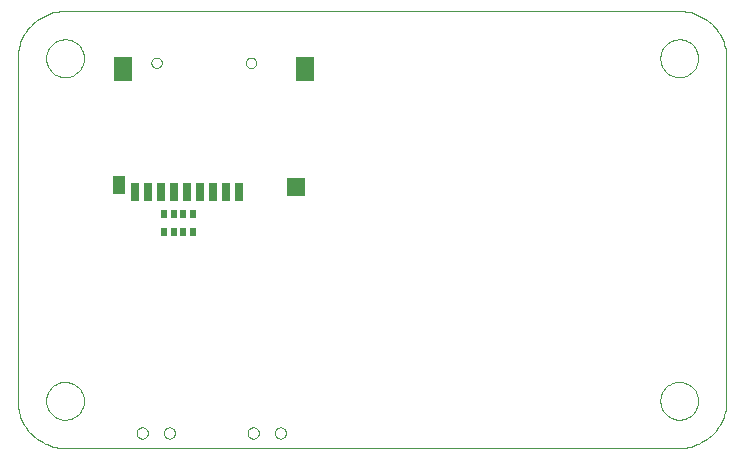
<source format=gbp>
G75*
%MOIN*%
%OFA0B0*%
%FSLAX24Y24*%
%IPPOS*%
%LPD*%
%AMOC8*
5,1,8,0,0,1.08239X$1,22.5*
%
%ADD10C,0.0000*%
%ADD11R,0.0300X0.0600*%
%ADD12R,0.0400X0.0600*%
%ADD13R,0.0600X0.0800*%
%ADD14R,0.0600X0.0600*%
%ADD15R,0.0200X0.0300*%
D10*
X005961Y003416D02*
X026434Y003416D01*
X025804Y004990D02*
X025806Y005040D01*
X025812Y005090D01*
X025822Y005139D01*
X025836Y005187D01*
X025853Y005234D01*
X025874Y005279D01*
X025899Y005323D01*
X025927Y005364D01*
X025959Y005403D01*
X025993Y005440D01*
X026030Y005474D01*
X026070Y005504D01*
X026112Y005531D01*
X026156Y005555D01*
X026202Y005576D01*
X026249Y005592D01*
X026297Y005605D01*
X026347Y005614D01*
X026396Y005619D01*
X026447Y005620D01*
X026497Y005617D01*
X026546Y005610D01*
X026595Y005599D01*
X026643Y005584D01*
X026689Y005566D01*
X026734Y005544D01*
X026777Y005518D01*
X026818Y005489D01*
X026857Y005457D01*
X026893Y005422D01*
X026925Y005384D01*
X026955Y005344D01*
X026982Y005301D01*
X027005Y005257D01*
X027024Y005211D01*
X027040Y005163D01*
X027052Y005114D01*
X027060Y005065D01*
X027064Y005015D01*
X027064Y004965D01*
X027060Y004915D01*
X027052Y004866D01*
X027040Y004817D01*
X027024Y004769D01*
X027005Y004723D01*
X026982Y004679D01*
X026955Y004636D01*
X026925Y004596D01*
X026893Y004558D01*
X026857Y004523D01*
X026818Y004491D01*
X026777Y004462D01*
X026734Y004436D01*
X026689Y004414D01*
X026643Y004396D01*
X026595Y004381D01*
X026546Y004370D01*
X026497Y004363D01*
X026447Y004360D01*
X026396Y004361D01*
X026347Y004366D01*
X026297Y004375D01*
X026249Y004388D01*
X026202Y004404D01*
X026156Y004425D01*
X026112Y004449D01*
X026070Y004476D01*
X026030Y004506D01*
X025993Y004540D01*
X025959Y004577D01*
X025927Y004616D01*
X025899Y004657D01*
X025874Y004701D01*
X025853Y004746D01*
X025836Y004793D01*
X025822Y004841D01*
X025812Y004890D01*
X025806Y004940D01*
X025804Y004990D01*
X026434Y003415D02*
X026511Y003417D01*
X026588Y003423D01*
X026665Y003432D01*
X026741Y003445D01*
X026817Y003462D01*
X026891Y003483D01*
X026965Y003507D01*
X027037Y003535D01*
X027107Y003566D01*
X027176Y003601D01*
X027244Y003639D01*
X027309Y003680D01*
X027372Y003725D01*
X027433Y003773D01*
X027492Y003823D01*
X027548Y003876D01*
X027601Y003932D01*
X027651Y003991D01*
X027699Y004052D01*
X027744Y004115D01*
X027785Y004180D01*
X027823Y004248D01*
X027858Y004317D01*
X027889Y004387D01*
X027917Y004459D01*
X027941Y004533D01*
X027962Y004607D01*
X027979Y004683D01*
X027992Y004759D01*
X028001Y004836D01*
X028007Y004913D01*
X028009Y004990D01*
X028009Y016408D01*
X025804Y016408D02*
X025806Y016458D01*
X025812Y016508D01*
X025822Y016557D01*
X025836Y016605D01*
X025853Y016652D01*
X025874Y016697D01*
X025899Y016741D01*
X025927Y016782D01*
X025959Y016821D01*
X025993Y016858D01*
X026030Y016892D01*
X026070Y016922D01*
X026112Y016949D01*
X026156Y016973D01*
X026202Y016994D01*
X026249Y017010D01*
X026297Y017023D01*
X026347Y017032D01*
X026396Y017037D01*
X026447Y017038D01*
X026497Y017035D01*
X026546Y017028D01*
X026595Y017017D01*
X026643Y017002D01*
X026689Y016984D01*
X026734Y016962D01*
X026777Y016936D01*
X026818Y016907D01*
X026857Y016875D01*
X026893Y016840D01*
X026925Y016802D01*
X026955Y016762D01*
X026982Y016719D01*
X027005Y016675D01*
X027024Y016629D01*
X027040Y016581D01*
X027052Y016532D01*
X027060Y016483D01*
X027064Y016433D01*
X027064Y016383D01*
X027060Y016333D01*
X027052Y016284D01*
X027040Y016235D01*
X027024Y016187D01*
X027005Y016141D01*
X026982Y016097D01*
X026955Y016054D01*
X026925Y016014D01*
X026893Y015976D01*
X026857Y015941D01*
X026818Y015909D01*
X026777Y015880D01*
X026734Y015854D01*
X026689Y015832D01*
X026643Y015814D01*
X026595Y015799D01*
X026546Y015788D01*
X026497Y015781D01*
X026447Y015778D01*
X026396Y015779D01*
X026347Y015784D01*
X026297Y015793D01*
X026249Y015806D01*
X026202Y015822D01*
X026156Y015843D01*
X026112Y015867D01*
X026070Y015894D01*
X026030Y015924D01*
X025993Y015958D01*
X025959Y015995D01*
X025927Y016034D01*
X025899Y016075D01*
X025874Y016119D01*
X025853Y016164D01*
X025836Y016211D01*
X025822Y016259D01*
X025812Y016308D01*
X025806Y016358D01*
X025804Y016408D01*
X026434Y017983D02*
X026511Y017981D01*
X026588Y017975D01*
X026665Y017966D01*
X026741Y017953D01*
X026817Y017936D01*
X026891Y017915D01*
X026965Y017891D01*
X027037Y017863D01*
X027107Y017832D01*
X027176Y017797D01*
X027244Y017759D01*
X027309Y017718D01*
X027372Y017673D01*
X027433Y017625D01*
X027492Y017575D01*
X027548Y017522D01*
X027601Y017466D01*
X027651Y017407D01*
X027699Y017346D01*
X027744Y017283D01*
X027785Y017218D01*
X027823Y017150D01*
X027858Y017081D01*
X027889Y017011D01*
X027917Y016939D01*
X027941Y016865D01*
X027962Y016791D01*
X027979Y016715D01*
X027992Y016639D01*
X028001Y016562D01*
X028007Y016485D01*
X028009Y016408D01*
X028007Y016485D01*
X028001Y016562D01*
X027992Y016639D01*
X027979Y016715D01*
X027962Y016791D01*
X027941Y016865D01*
X027917Y016939D01*
X027889Y017011D01*
X027858Y017081D01*
X027823Y017150D01*
X027785Y017218D01*
X027744Y017283D01*
X027699Y017346D01*
X027651Y017407D01*
X027601Y017466D01*
X027548Y017522D01*
X027492Y017575D01*
X027433Y017625D01*
X027372Y017673D01*
X027309Y017718D01*
X027244Y017759D01*
X027176Y017797D01*
X027107Y017832D01*
X027037Y017863D01*
X026965Y017891D01*
X026891Y017915D01*
X026817Y017936D01*
X026741Y017953D01*
X026665Y017966D01*
X026588Y017975D01*
X026511Y017981D01*
X026434Y017983D01*
X005961Y017983D01*
X005331Y016408D02*
X005333Y016458D01*
X005339Y016508D01*
X005349Y016557D01*
X005363Y016605D01*
X005380Y016652D01*
X005401Y016697D01*
X005426Y016741D01*
X005454Y016782D01*
X005486Y016821D01*
X005520Y016858D01*
X005557Y016892D01*
X005597Y016922D01*
X005639Y016949D01*
X005683Y016973D01*
X005729Y016994D01*
X005776Y017010D01*
X005824Y017023D01*
X005874Y017032D01*
X005923Y017037D01*
X005974Y017038D01*
X006024Y017035D01*
X006073Y017028D01*
X006122Y017017D01*
X006170Y017002D01*
X006216Y016984D01*
X006261Y016962D01*
X006304Y016936D01*
X006345Y016907D01*
X006384Y016875D01*
X006420Y016840D01*
X006452Y016802D01*
X006482Y016762D01*
X006509Y016719D01*
X006532Y016675D01*
X006551Y016629D01*
X006567Y016581D01*
X006579Y016532D01*
X006587Y016483D01*
X006591Y016433D01*
X006591Y016383D01*
X006587Y016333D01*
X006579Y016284D01*
X006567Y016235D01*
X006551Y016187D01*
X006532Y016141D01*
X006509Y016097D01*
X006482Y016054D01*
X006452Y016014D01*
X006420Y015976D01*
X006384Y015941D01*
X006345Y015909D01*
X006304Y015880D01*
X006261Y015854D01*
X006216Y015832D01*
X006170Y015814D01*
X006122Y015799D01*
X006073Y015788D01*
X006024Y015781D01*
X005974Y015778D01*
X005923Y015779D01*
X005874Y015784D01*
X005824Y015793D01*
X005776Y015806D01*
X005729Y015822D01*
X005683Y015843D01*
X005639Y015867D01*
X005597Y015894D01*
X005557Y015924D01*
X005520Y015958D01*
X005486Y015995D01*
X005454Y016034D01*
X005426Y016075D01*
X005401Y016119D01*
X005380Y016164D01*
X005363Y016211D01*
X005349Y016259D01*
X005339Y016308D01*
X005333Y016358D01*
X005331Y016408D01*
X004386Y016408D02*
X004388Y016485D01*
X004394Y016562D01*
X004403Y016639D01*
X004416Y016715D01*
X004433Y016791D01*
X004454Y016865D01*
X004478Y016939D01*
X004506Y017011D01*
X004537Y017081D01*
X004572Y017150D01*
X004610Y017218D01*
X004651Y017283D01*
X004696Y017346D01*
X004744Y017407D01*
X004794Y017466D01*
X004847Y017522D01*
X004903Y017575D01*
X004962Y017625D01*
X005023Y017673D01*
X005086Y017718D01*
X005151Y017759D01*
X005219Y017797D01*
X005288Y017832D01*
X005358Y017863D01*
X005430Y017891D01*
X005504Y017915D01*
X005578Y017936D01*
X005654Y017953D01*
X005730Y017966D01*
X005807Y017975D01*
X005884Y017981D01*
X005961Y017983D01*
X005884Y017981D01*
X005807Y017975D01*
X005730Y017966D01*
X005654Y017953D01*
X005578Y017936D01*
X005504Y017915D01*
X005430Y017891D01*
X005358Y017863D01*
X005288Y017832D01*
X005219Y017797D01*
X005151Y017759D01*
X005086Y017718D01*
X005023Y017673D01*
X004962Y017625D01*
X004903Y017575D01*
X004847Y017522D01*
X004794Y017466D01*
X004744Y017407D01*
X004696Y017346D01*
X004651Y017283D01*
X004610Y017218D01*
X004572Y017150D01*
X004537Y017081D01*
X004506Y017011D01*
X004478Y016939D01*
X004454Y016865D01*
X004433Y016791D01*
X004416Y016715D01*
X004403Y016639D01*
X004394Y016562D01*
X004388Y016485D01*
X004386Y016408D01*
X004387Y016408D02*
X004387Y004990D01*
X005331Y004990D02*
X005333Y005040D01*
X005339Y005090D01*
X005349Y005139D01*
X005363Y005187D01*
X005380Y005234D01*
X005401Y005279D01*
X005426Y005323D01*
X005454Y005364D01*
X005486Y005403D01*
X005520Y005440D01*
X005557Y005474D01*
X005597Y005504D01*
X005639Y005531D01*
X005683Y005555D01*
X005729Y005576D01*
X005776Y005592D01*
X005824Y005605D01*
X005874Y005614D01*
X005923Y005619D01*
X005974Y005620D01*
X006024Y005617D01*
X006073Y005610D01*
X006122Y005599D01*
X006170Y005584D01*
X006216Y005566D01*
X006261Y005544D01*
X006304Y005518D01*
X006345Y005489D01*
X006384Y005457D01*
X006420Y005422D01*
X006452Y005384D01*
X006482Y005344D01*
X006509Y005301D01*
X006532Y005257D01*
X006551Y005211D01*
X006567Y005163D01*
X006579Y005114D01*
X006587Y005065D01*
X006591Y005015D01*
X006591Y004965D01*
X006587Y004915D01*
X006579Y004866D01*
X006567Y004817D01*
X006551Y004769D01*
X006532Y004723D01*
X006509Y004679D01*
X006482Y004636D01*
X006452Y004596D01*
X006420Y004558D01*
X006384Y004523D01*
X006345Y004491D01*
X006304Y004462D01*
X006261Y004436D01*
X006216Y004414D01*
X006170Y004396D01*
X006122Y004381D01*
X006073Y004370D01*
X006024Y004363D01*
X005974Y004360D01*
X005923Y004361D01*
X005874Y004366D01*
X005824Y004375D01*
X005776Y004388D01*
X005729Y004404D01*
X005683Y004425D01*
X005639Y004449D01*
X005597Y004476D01*
X005557Y004506D01*
X005520Y004540D01*
X005486Y004577D01*
X005454Y004616D01*
X005426Y004657D01*
X005401Y004701D01*
X005380Y004746D01*
X005363Y004793D01*
X005349Y004841D01*
X005339Y004890D01*
X005333Y004940D01*
X005331Y004990D01*
X004386Y004990D02*
X004388Y004913D01*
X004394Y004836D01*
X004403Y004759D01*
X004416Y004683D01*
X004433Y004607D01*
X004454Y004533D01*
X004478Y004459D01*
X004506Y004387D01*
X004537Y004317D01*
X004572Y004248D01*
X004610Y004180D01*
X004651Y004115D01*
X004696Y004052D01*
X004744Y003991D01*
X004794Y003932D01*
X004847Y003876D01*
X004903Y003823D01*
X004962Y003773D01*
X005023Y003725D01*
X005086Y003680D01*
X005151Y003639D01*
X005219Y003601D01*
X005288Y003566D01*
X005358Y003535D01*
X005430Y003507D01*
X005504Y003483D01*
X005578Y003462D01*
X005654Y003445D01*
X005730Y003432D01*
X005807Y003423D01*
X005884Y003417D01*
X005961Y003415D01*
X005884Y003417D01*
X005807Y003423D01*
X005730Y003432D01*
X005654Y003445D01*
X005578Y003462D01*
X005504Y003483D01*
X005430Y003507D01*
X005358Y003535D01*
X005288Y003566D01*
X005219Y003601D01*
X005151Y003639D01*
X005086Y003680D01*
X005023Y003725D01*
X004962Y003773D01*
X004903Y003823D01*
X004847Y003876D01*
X004794Y003932D01*
X004744Y003991D01*
X004696Y004052D01*
X004651Y004115D01*
X004610Y004180D01*
X004572Y004248D01*
X004537Y004317D01*
X004506Y004387D01*
X004478Y004459D01*
X004454Y004533D01*
X004433Y004607D01*
X004416Y004683D01*
X004403Y004759D01*
X004394Y004836D01*
X004388Y004913D01*
X004386Y004990D01*
X008347Y003916D02*
X008349Y003943D01*
X008355Y003969D01*
X008364Y003994D01*
X008377Y004017D01*
X008393Y004038D01*
X008412Y004057D01*
X008433Y004073D01*
X008456Y004086D01*
X008481Y004095D01*
X008507Y004101D01*
X008534Y004103D01*
X008561Y004101D01*
X008587Y004095D01*
X008612Y004086D01*
X008635Y004073D01*
X008656Y004057D01*
X008675Y004038D01*
X008691Y004017D01*
X008704Y003994D01*
X008713Y003969D01*
X008719Y003943D01*
X008721Y003916D01*
X008719Y003889D01*
X008713Y003863D01*
X008704Y003838D01*
X008691Y003815D01*
X008675Y003794D01*
X008656Y003775D01*
X008635Y003759D01*
X008612Y003746D01*
X008587Y003737D01*
X008561Y003731D01*
X008534Y003729D01*
X008507Y003731D01*
X008481Y003737D01*
X008456Y003746D01*
X008433Y003759D01*
X008412Y003775D01*
X008393Y003794D01*
X008377Y003815D01*
X008364Y003838D01*
X008355Y003863D01*
X008349Y003889D01*
X008347Y003916D01*
X009252Y003916D02*
X009254Y003943D01*
X009260Y003969D01*
X009269Y003994D01*
X009282Y004017D01*
X009298Y004038D01*
X009317Y004057D01*
X009338Y004073D01*
X009361Y004086D01*
X009386Y004095D01*
X009412Y004101D01*
X009439Y004103D01*
X009466Y004101D01*
X009492Y004095D01*
X009517Y004086D01*
X009540Y004073D01*
X009561Y004057D01*
X009580Y004038D01*
X009596Y004017D01*
X009609Y003994D01*
X009618Y003969D01*
X009624Y003943D01*
X009626Y003916D01*
X009624Y003889D01*
X009618Y003863D01*
X009609Y003838D01*
X009596Y003815D01*
X009580Y003794D01*
X009561Y003775D01*
X009540Y003759D01*
X009517Y003746D01*
X009492Y003737D01*
X009466Y003731D01*
X009439Y003729D01*
X009412Y003731D01*
X009386Y003737D01*
X009361Y003746D01*
X009338Y003759D01*
X009317Y003775D01*
X009298Y003794D01*
X009282Y003815D01*
X009269Y003838D01*
X009260Y003863D01*
X009254Y003889D01*
X009252Y003916D01*
X012047Y003916D02*
X012049Y003943D01*
X012055Y003969D01*
X012064Y003994D01*
X012077Y004017D01*
X012093Y004038D01*
X012112Y004057D01*
X012133Y004073D01*
X012156Y004086D01*
X012181Y004095D01*
X012207Y004101D01*
X012234Y004103D01*
X012261Y004101D01*
X012287Y004095D01*
X012312Y004086D01*
X012335Y004073D01*
X012356Y004057D01*
X012375Y004038D01*
X012391Y004017D01*
X012404Y003994D01*
X012413Y003969D01*
X012419Y003943D01*
X012421Y003916D01*
X012419Y003889D01*
X012413Y003863D01*
X012404Y003838D01*
X012391Y003815D01*
X012375Y003794D01*
X012356Y003775D01*
X012335Y003759D01*
X012312Y003746D01*
X012287Y003737D01*
X012261Y003731D01*
X012234Y003729D01*
X012207Y003731D01*
X012181Y003737D01*
X012156Y003746D01*
X012133Y003759D01*
X012112Y003775D01*
X012093Y003794D01*
X012077Y003815D01*
X012064Y003838D01*
X012055Y003863D01*
X012049Y003889D01*
X012047Y003916D01*
X012952Y003916D02*
X012954Y003943D01*
X012960Y003969D01*
X012969Y003994D01*
X012982Y004017D01*
X012998Y004038D01*
X013017Y004057D01*
X013038Y004073D01*
X013061Y004086D01*
X013086Y004095D01*
X013112Y004101D01*
X013139Y004103D01*
X013166Y004101D01*
X013192Y004095D01*
X013217Y004086D01*
X013240Y004073D01*
X013261Y004057D01*
X013280Y004038D01*
X013296Y004017D01*
X013309Y003994D01*
X013318Y003969D01*
X013324Y003943D01*
X013326Y003916D01*
X013324Y003889D01*
X013318Y003863D01*
X013309Y003838D01*
X013296Y003815D01*
X013280Y003794D01*
X013261Y003775D01*
X013240Y003759D01*
X013217Y003746D01*
X013192Y003737D01*
X013166Y003731D01*
X013139Y003729D01*
X013112Y003731D01*
X013086Y003737D01*
X013061Y003746D01*
X013038Y003759D01*
X013017Y003775D01*
X012998Y003794D01*
X012982Y003815D01*
X012969Y003838D01*
X012960Y003863D01*
X012954Y003889D01*
X012952Y003916D01*
X026434Y003415D02*
X026511Y003417D01*
X026588Y003423D01*
X026665Y003432D01*
X026741Y003445D01*
X026817Y003462D01*
X026891Y003483D01*
X026965Y003507D01*
X027037Y003535D01*
X027107Y003566D01*
X027176Y003601D01*
X027244Y003639D01*
X027309Y003680D01*
X027372Y003725D01*
X027433Y003773D01*
X027492Y003823D01*
X027548Y003876D01*
X027601Y003932D01*
X027651Y003991D01*
X027699Y004052D01*
X027744Y004115D01*
X027785Y004180D01*
X027823Y004248D01*
X027858Y004317D01*
X027889Y004387D01*
X027917Y004459D01*
X027941Y004533D01*
X027962Y004607D01*
X027979Y004683D01*
X027992Y004759D01*
X028001Y004836D01*
X028007Y004913D01*
X028009Y004990D01*
X011988Y016253D02*
X011990Y016279D01*
X011996Y016305D01*
X012005Y016329D01*
X012018Y016352D01*
X012035Y016372D01*
X012054Y016390D01*
X012076Y016405D01*
X012099Y016416D01*
X012124Y016424D01*
X012150Y016428D01*
X012176Y016428D01*
X012202Y016424D01*
X012227Y016416D01*
X012251Y016405D01*
X012272Y016390D01*
X012291Y016372D01*
X012308Y016352D01*
X012321Y016329D01*
X012330Y016305D01*
X012336Y016279D01*
X012338Y016253D01*
X012336Y016227D01*
X012330Y016201D01*
X012321Y016177D01*
X012308Y016154D01*
X012291Y016134D01*
X012272Y016116D01*
X012250Y016101D01*
X012227Y016090D01*
X012202Y016082D01*
X012176Y016078D01*
X012150Y016078D01*
X012124Y016082D01*
X012099Y016090D01*
X012075Y016101D01*
X012054Y016116D01*
X012035Y016134D01*
X012018Y016154D01*
X012005Y016177D01*
X011996Y016201D01*
X011990Y016227D01*
X011988Y016253D01*
X008838Y016253D02*
X008840Y016279D01*
X008846Y016305D01*
X008855Y016329D01*
X008868Y016352D01*
X008885Y016372D01*
X008904Y016390D01*
X008926Y016405D01*
X008949Y016416D01*
X008974Y016424D01*
X009000Y016428D01*
X009026Y016428D01*
X009052Y016424D01*
X009077Y016416D01*
X009101Y016405D01*
X009122Y016390D01*
X009141Y016372D01*
X009158Y016352D01*
X009171Y016329D01*
X009180Y016305D01*
X009186Y016279D01*
X009188Y016253D01*
X009186Y016227D01*
X009180Y016201D01*
X009171Y016177D01*
X009158Y016154D01*
X009141Y016134D01*
X009122Y016116D01*
X009100Y016101D01*
X009077Y016090D01*
X009052Y016082D01*
X009026Y016078D01*
X009000Y016078D01*
X008974Y016082D01*
X008949Y016090D01*
X008925Y016101D01*
X008904Y016116D01*
X008885Y016134D01*
X008868Y016154D01*
X008855Y016177D01*
X008846Y016201D01*
X008840Y016227D01*
X008838Y016253D01*
D11*
X008737Y011962D03*
X008304Y011962D03*
X009170Y011962D03*
X009604Y011962D03*
X010037Y011962D03*
X010470Y011962D03*
X010903Y011962D03*
X011336Y011962D03*
X011769Y011962D03*
D12*
X007774Y012198D03*
D13*
X007911Y016046D03*
X013974Y016046D03*
D14*
X013651Y012116D03*
D15*
X010212Y011216D03*
X009887Y011216D03*
X009587Y011216D03*
X009262Y011216D03*
X009262Y010616D03*
X009587Y010616D03*
X009887Y010616D03*
X010212Y010616D03*
M02*

</source>
